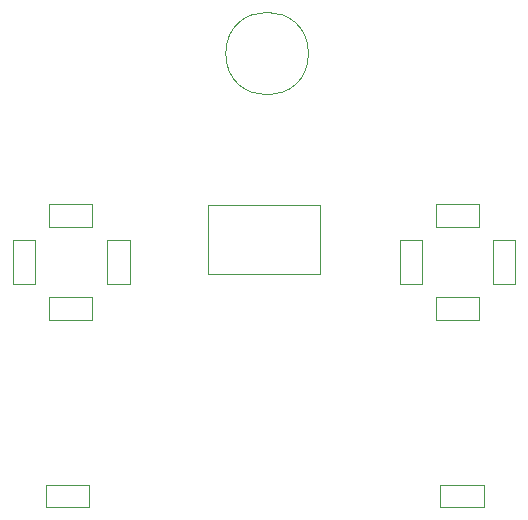
<source format=gbr>
G04 #@! TF.GenerationSoftware,KiCad,Pcbnew,(5.0.0)*
G04 #@! TF.CreationDate,2018-11-20T12:56:54-05:00*
G04 #@! TF.ProjectId,BsidesRock2019,427369646573526F636B323031392E6B,rev?*
G04 #@! TF.SameCoordinates,Original*
G04 #@! TF.FileFunction,Other,User*
%FSLAX46Y46*%
G04 Gerber Fmt 4.6, Leading zero omitted, Abs format (unit mm)*
G04 Created by KiCad (PCBNEW (5.0.0)) date 11/20/18 12:56:54*
%MOMM*%
%LPD*%
G01*
G04 APERTURE LIST*
%ADD10C,0.050000*%
G04 APERTURE END LIST*
D10*
G04 #@! TO.C,U1*
X141300000Y-54708000D02*
X141300000Y-60608000D01*
X150800000Y-54708000D02*
X150800000Y-60608000D01*
X141300000Y-54708000D02*
X150800000Y-54708000D01*
X141300000Y-60608000D02*
X150800000Y-60608000D01*
G04 #@! TO.C,D8*
X164283000Y-64450000D02*
X160583000Y-64450000D01*
X164283000Y-62550000D02*
X164283000Y-64450000D01*
X160583000Y-62550000D02*
X164283000Y-62550000D01*
X160583000Y-64450000D02*
X160583000Y-62550000D01*
G04 #@! TO.C,D1*
X126680000Y-61413000D02*
X124780000Y-61413000D01*
X124780000Y-61413000D02*
X124780000Y-57713000D01*
X124780000Y-57713000D02*
X126680000Y-57713000D01*
X126680000Y-57713000D02*
X126680000Y-61413000D01*
G04 #@! TO.C,D3*
X131517000Y-56576000D02*
X127817000Y-56576000D01*
X131517000Y-54676000D02*
X131517000Y-56576000D01*
X127817000Y-54676000D02*
X131517000Y-54676000D01*
X127817000Y-56576000D02*
X127817000Y-54676000D01*
G04 #@! TO.C,D4*
X127817000Y-64450000D02*
X127817000Y-62550000D01*
X127817000Y-62550000D02*
X131517000Y-62550000D01*
X131517000Y-62550000D02*
X131517000Y-64450000D01*
X131517000Y-64450000D02*
X127817000Y-64450000D01*
G04 #@! TO.C,D5*
X134681000Y-57722000D02*
X134681000Y-61422000D01*
X132781000Y-57722000D02*
X134681000Y-57722000D01*
X132781000Y-61422000D02*
X132781000Y-57722000D01*
X134681000Y-61422000D02*
X132781000Y-61422000D01*
G04 #@! TO.C,D6*
X159446000Y-61413000D02*
X157546000Y-61413000D01*
X157546000Y-61413000D02*
X157546000Y-57713000D01*
X157546000Y-57713000D02*
X159446000Y-57713000D01*
X159446000Y-57713000D02*
X159446000Y-61413000D01*
G04 #@! TO.C,D7*
X164283000Y-56576000D02*
X160583000Y-56576000D01*
X164283000Y-54676000D02*
X164283000Y-56576000D01*
X160583000Y-54676000D02*
X164283000Y-54676000D01*
X160583000Y-56576000D02*
X160583000Y-54676000D01*
G04 #@! TO.C,D10*
X165420000Y-57713000D02*
X167320000Y-57713000D01*
X167320000Y-57713000D02*
X167320000Y-61413000D01*
X167320000Y-61413000D02*
X165420000Y-61413000D01*
X165420000Y-61413000D02*
X165420000Y-57713000D01*
G04 #@! TO.C,D9*
X164664000Y-80325000D02*
X160964000Y-80325000D01*
X164664000Y-78425000D02*
X164664000Y-80325000D01*
X160964000Y-78425000D02*
X164664000Y-78425000D01*
X160964000Y-80325000D02*
X160964000Y-78425000D01*
G04 #@! TO.C,D2*
X127563000Y-80325000D02*
X127563000Y-78425000D01*
X127563000Y-78425000D02*
X131263000Y-78425000D01*
X131263000Y-78425000D02*
X131263000Y-80325000D01*
X131263000Y-80325000D02*
X127563000Y-80325000D01*
G04 #@! TO.C,BLANKHOLE*
X149804000Y-41910000D02*
G75*
G03X149804000Y-41910000I-3500000J0D01*
G01*
G04 #@! TD*
M02*

</source>
